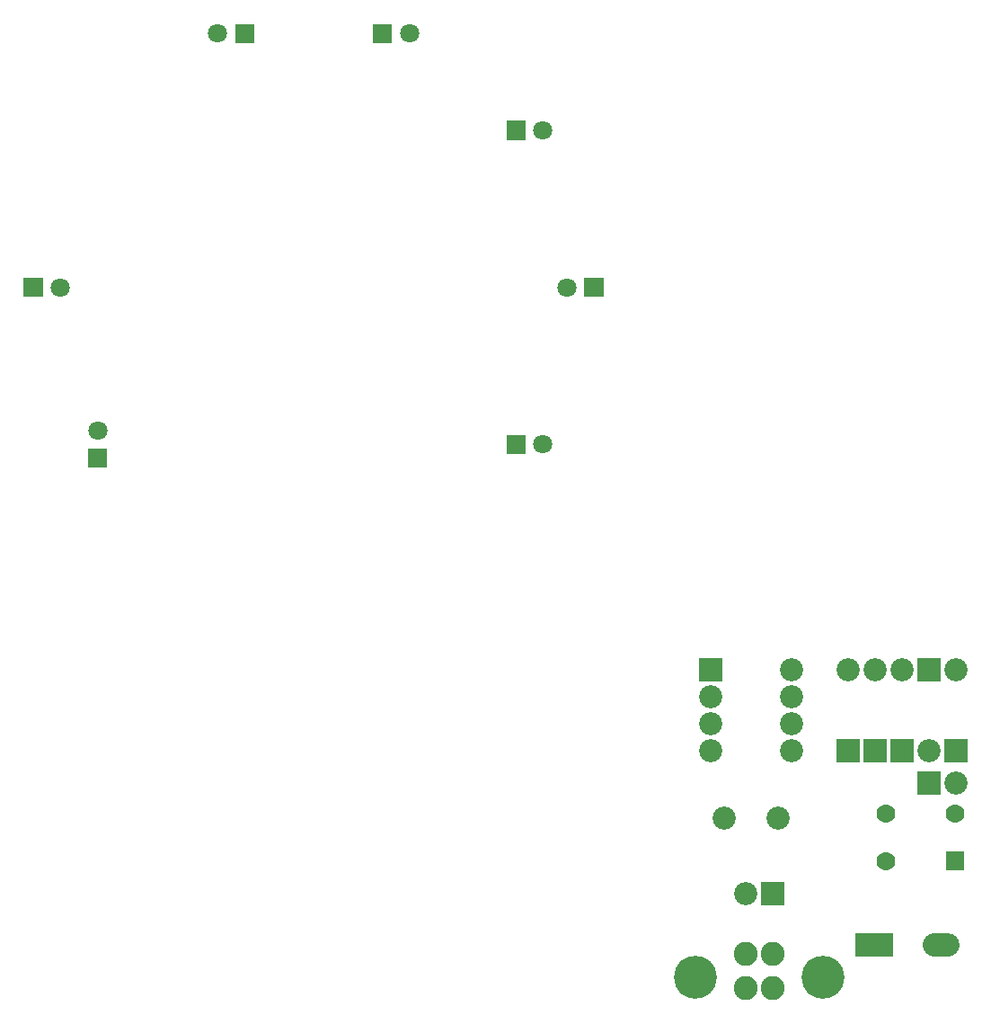
<source format=gbs>
G04 start of page 2 for group 11 layer_idx 9 *
G04 Title: (unknown), bottom_mask *
G04 Creator: pcb-rnd 3.1.4-dev *
G04 CreationDate: 2024-02-11 13:06:30 UTC *
G04 For: STEM4ukraine *
G04 Format: Gerber/RS-274X *
G04 PCB-Dimensions: 393701 393701 *
G04 PCB-Coordinate-Origin: lower left *
%MOIN*%
%FSLAX25Y25*%
%LNBOTTOM_MASK_NONE_11*%
%ADD75C,0.0887*%
%ADD74C,0.1595*%
%ADD73C,0.0696*%
%ADD72C,0.0860*%
%ADD71C,0.0710*%
%ADD70C,0.0001*%
G54D70*G36*
X32214Y281109D02*X39314D01*
Y274009D01*
X32214D01*
Y281109D01*
G37*
G54D71*X45764Y277559D03*
G54D70*G36*
X117721Y368164D02*X110621D01*
Y375264D01*
X117721D01*
Y368164D01*
G37*
G54D71*X104171Y371714D03*
G54D70*G36*
X161806Y375264D02*X168906D01*
Y368164D01*
X161806D01*
Y375264D01*
G37*
G54D71*X175356Y371714D03*
G54D70*G36*
X211306Y339300D02*X218406D01*
Y332200D01*
X211306D01*
Y339300D01*
G37*
G54D71*X224856Y335750D03*
G54D70*G36*
X247314Y274009D02*X240214D01*
Y281109D01*
X247314D01*
Y274009D01*
G37*
G54D71*X233764Y277559D03*
G54D70*G36*
X211306Y222918D02*X218406D01*
Y215818D01*
X211306D01*
Y222918D01*
G37*
G54D71*X224856Y219368D03*
G54D70*G36*
X282700Y140001D02*X291300D01*
Y131401D01*
X282700D01*
Y140001D01*
G37*
G54D72*X317000Y135701D03*
X338000D03*
G54D70*G36*
X372300Y140001D02*Y131401D01*
X363700D01*
Y140001D01*
X372300D01*
G37*
G54D72*X378000Y135701D03*
X348000D03*
X358000D03*
X287000Y125701D03*
X317000D03*
X287000Y115701D03*
Y105701D03*
X317000Y115701D03*
Y105701D03*
G54D70*G36*
X333700Y101401D02*Y110001D01*
X342300D01*
Y101401D01*
X333700D01*
G37*
G54D72*X368000Y105701D03*
G54D70*G36*
X343700Y101401D02*Y110001D01*
X352300D01*
Y101401D01*
X343700D01*
G37*
G36*
X353700D02*Y110001D01*
X362300D01*
Y101401D01*
X353700D01*
G37*
G36*
X56121Y210818D02*Y217918D01*
X63221D01*
Y210818D01*
X56121D01*
G37*
G54D71*X59671Y224368D03*
G54D73*X377795Y82559D03*
X352205D03*
G54D70*G36*
X373700Y101401D02*Y110001D01*
X382300D01*
Y101401D01*
X373700D01*
G37*
G36*
X372300Y98001D02*Y89401D01*
X363700D01*
Y98001D01*
X372300D01*
G37*
G54D72*X378000Y93701D03*
G54D70*G36*
X381273Y61365D02*X374317D01*
Y68320D01*
X381273D01*
Y61365D01*
G37*
G54D73*X352205Y64843D03*
G54D72*X370000Y33701D02*X375157D01*
G54D74*X328740Y21654D03*
G54D70*G36*
X340858Y38001D02*X354658D01*
Y29401D01*
X340858D01*
Y38001D01*
G37*
G54D75*X300118Y30512D03*
X309961D03*
G54D72*X292000Y80701D03*
X312000D03*
G54D70*G36*
X305700Y48401D02*Y57001D01*
X314300D01*
Y48401D01*
X305700D01*
G37*
G54D72*X300000Y52701D03*
G54D74*X281339Y21654D03*
G54D75*X300118Y17913D03*
X309961D03*
M02*

</source>
